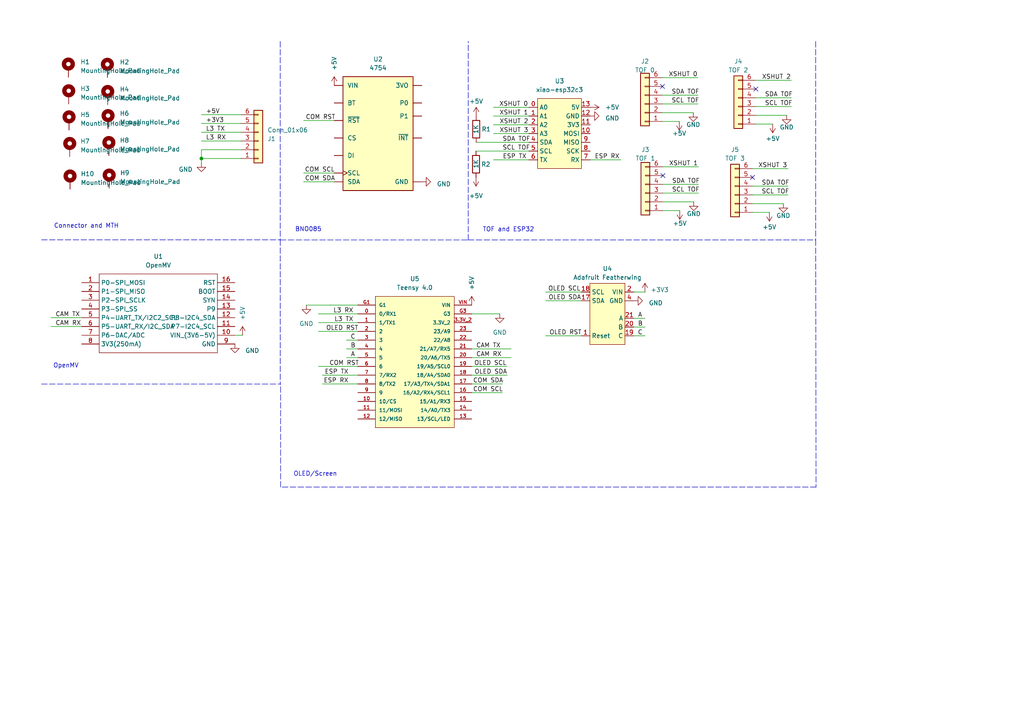
<source format=kicad_sch>
(kicad_sch (version 20230121) (generator eeschema)
  (paper "A4")
  (lib_symbols
    (symbol "Connector_Generic:Conn_01x06" (pin_names (offset 1.016) hide)
      (property "Reference" "J" (at 0 7.62 0))
      (property "Value" "Conn_01x06" (at 0 -10.16 0))
      (symbol "Conn_01x06_1_1"
        (rectangle (start -1.27 -7.493) (end 0 -7.747) (stroke (width 0.1524)))
        (rectangle (start -1.27 -4.953) (end 0 -5.207) (stroke (width 0.1524)))
        (rectangle (start -1.27 -2.413) (end 0 -2.667) (stroke (width 0.1524)))
        (rectangle (start -1.27 0.127) (end 0 -0.127) (stroke (width 0.1524)))
        (rectangle (start -1.27 2.667) (end 0 2.413) (stroke (width 0.1524)))
        (rectangle (start -1.27 5.207) (end 0 4.953) (stroke (width 0.1524)))
        (rectangle (start -1.27 6.35) (end 1.27 -8.89) (stroke (width 0.254)) (fill (type background)))
        (pin passive line (at -5.08 5.08 0) (length 3.81) (name "Pin_1") (number "1"))
        (pin passive line (at -5.08 2.54 0) (length 3.81) (name "Pin_2") (number "2"))
        (pin passive line (at -5.08 0 0) (length 3.81) (name "Pin_3") (number "3"))
        (pin passive line (at -5.08 -2.54 0) (length 3.81) (name "Pin_4") (number "4"))
        (pin passive line (at -5.08 -5.08 0) (length 3.81) (name "Pin_5") (number "5"))
        (pin passive line (at -5.08 -7.62 0) (length 3.81) (name "Pin_6") (number "6"))
      )
    )
    (symbol "Device:R" (pin_numbers hide) (pin_names (offset 0))
      (property "Reference" "R" (at 2.032 0 90))
      (property "Value" "R" (at 0 0 90))
      (symbol "R_0_1"
        (rectangle (start -1.016 -2.54) (end 1.016 2.54) (stroke (width 0.254)))
      )
      (symbol "R_1_1"
        (pin passive line (at 0 3.81 270) (length 1.27) (name "~") (number "1"))
        (pin passive line (at 0 -3.81 90) (length 1.27) (name "~") (number "2"))
      )
    )
    (symbol "Mechanical:MountingHole_Pad" (pin_numbers hide) (pin_names (offset 1.016) hide)
      (property "Reference" "H" (at 0 6.35 0))
      (property "Value" "MountingHole_Pad" (at 0 4.445 0))
      (symbol "MountingHole_Pad_0_1"
        (circle (center 0 1.27) (radius 1.27) (stroke (width 1.27)))
      )
      (symbol "MountingHole_Pad_1_1"
        (pin input line (at 0 -2.54 90) (length 2.54) (name "1") (number "1"))
      )
    )
    (symbol "OLED:Adafruit_Featherwing"
      (property "Reference" "U" (at 0 0 0))
      (property "Value" "Adafruit Featherwing" (at 0 10.16 0))
      (symbol "Adafruit_Featherwing_1_1"
        (rectangle (start -5.08 8.89) (end 5.08 -8.89) (fill (type background)))
        (pin input line (at -7.62 -6.35 0) (length 2.54) (name "Reset") (number "1"))
        (pin bidirectional line (at -7.62 3.81 0) (length 2.54) (name "SDA") (number "17"))
        (pin bidirectional line (at -7.62 6.35 0) (length 2.54) (name "SCL") (number "18"))
        (pin output line (at 7.62 -6.35 180) (length 2.54) (name "C") (number "19"))
        (pin power_in line (at 7.62 6.35 180) (length 2.54) (name "VIN") (number "2"))
        (pin output line (at 7.62 -3.81 180) (length 2.54) (name "B") (number "20"))
        (pin output line (at 7.62 -1.27 180) (length 2.54) (name "A") (number "21"))
        (pin power_in line (at 7.62 3.81 180) (length 2.54) (name "GND") (number "4"))
      )
    )
    (symbol "power:+3V3" (power) (pin_names (offset 0))
      (property "Value" "+3V3" (at 0 3.556 0))
      (symbol "+3V3_0_1"
        (polyline (pts (xy -0.762 1.27) (xy 0 2.54)))
        (polyline (pts (xy 0 0) (xy 0 2.54)))
        (polyline (pts (xy 0 2.54) (xy 0.762 1.27)))
      )
      (symbol "+3V3_1_1"
        (pin power_in line (at 0 0 90) (length 0) hide (name "+3V3") (number "1"))
      )
    )
    (symbol "power:+5V" (power) (pin_names (offset 0))
      (property "Value" "+5V" (at 0 3.556 0))
      (symbol "+5V_0_1"
        (polyline (pts (xy -0.762 1.27) (xy 0 2.54)))
        (polyline (pts (xy 0 0) (xy 0 2.54)))
        (polyline (pts (xy 0 2.54) (xy 0.762 1.27)))
      )
      (symbol "+5V_1_1"
        (pin power_in line (at 0 0 90) (length 0) hide (name "+5V") (number "1"))
      )
    )
    (symbol "power:GND" (power) (pin_names (offset 0))
      (property "Value" "GND" (at 0 -3.81 0))
      (symbol "GND_0_1"
        (polyline (pts (xy 0 0) (xy 0 -1.27) (xy 1.27 -1.27) (xy 0 -2.54) (xy -1.27 -1.27) (xy 0 -1.27)))
      )
      (symbol "GND_1_1"
        (pin power_in line (at 0 0 270) (length 0) hide (name "GND") (number "1"))
      )
    )
    (symbol "vincent:4754" (pin_numbers hide) (pin_names (offset 1.27))
      (property "Reference" "U" (at -10.16 16.002 0))
      (property "Value" "4754" (at -10.16 -20.32 0))
      (symbol "4754_0_0"
        (rectangle (start -10.16 15.24) (end 10.16 -17.78) (stroke (width 0.254)) (fill (type background)))
      )
      (symbol "4754_1_0"
        (pin input line (at -12.7 12.7 0) (length 2.54) (name "VIN") (number "JP1_1"))
        (pin output line (at 12.7 12.7 180) (length 2.54) (name "3VO") (number "JP1_2"))
        (pin power_in line (at 12.7 -15.24 180) (length 2.54) (name "GND") (number "JP1_3"))
        (pin bidirectional clock (at -12.7 -12.7 0) (length 2.54) (name "SCL") (number "JP1_4"))
        (pin bidirectional line (at -12.7 -15.24 0) (length 2.54) (name "SDA") (number "JP1_5"))
        (pin output line (at 12.7 -2.54 180) (length 2.54) (name "~{INT}") (number "JP1_6"))
        (pin input line (at -12.7 7.62 0) (length 2.54) (name "BT") (number "JP2_1"))
        (pin bidirectional line (at 12.7 7.62 180) (length 2.54) (name "P0") (number "JP2_2"))
        (pin bidirectional line (at 12.7 3.81 180) (length 2.54) (name "P1") (number "JP2_3"))
        (pin input line (at -12.7 2.54 0) (length 2.54) (name "~{RST}") (number "JP2_4"))
        (pin input line (at -12.7 -7.62 0) (length 2.54) (name "DI") (number "JP2_5"))
        (pin input line (at -12.7 -2.54 0) (length 2.54) (name "CS") (number "JP2_6"))
      )
    )
    (symbol "vincent:OpenMV"
      (property "Reference" "U" (at -16.51 3.81 0))
      (property "Value" "OpenMV" (at -12.7 1.27 0))
      (symbol "OpenMV_0_1"
        (rectangle (start -17.78 0) (end 16.51 -22.86))
      )
      (symbol "OpenMV_1_1"
        (pin input line (at -22.86 -2.54 0) (length 5.08) (name "P0-SPI_MOSI") (number "1"))
        (pin power_in line (at 21.59 -17.78 180) (length 5.08) (name "VIN_(3V6-5V)") (number "10"))
        (pin input line (at 21.59 -15.24 180) (length 5.08) (name "P7-I2C4_SCL") (number "11"))
        (pin bidirectional line (at 21.59 -12.7 180) (length 5.08) (name "P8-I2C4_SDA") (number "12"))
        (pin input line (at 21.59 -10.16 180) (length 5.08) (name "P9") (number "13"))
        (pin input line (at 21.59 -7.62 180) (length 5.08) (name "SYN") (number "14"))
        (pin input line (at 21.59 -5.08 180) (length 5.08) (name "BOOT") (number "15"))
        (pin input line (at 21.59 -2.54 180) (length 5.08) (name "RST") (number "16"))
        (pin input line (at -22.86 -5.08 0) (length 5.08) (name "P1-SPI_MISO") (number "2"))
        (pin input line (at -22.86 -7.62 0) (length 5.08) (name "P2-SPI_SCLK") (number "3"))
        (pin input line (at -22.86 -10.16 0) (length 5.08) (name "P3-SPI_SS") (number "4"))
        (pin input line (at -22.86 -12.7 0) (length 5.08) (name "P4-UART_TX/I2C2_SCL") (number "5"))
        (pin bidirectional line (at -22.86 -15.24 0) (length 5.08) (name "P5-UART_RX/I2C_SDA") (number "6"))
        (pin input line (at -22.86 -17.78 0) (length 5.08) (name "P6-DAC/ADC") (number "7"))
        (pin power_out line (at -22.86 -20.32 0) (length 5.08) (name "3V3(250mA)") (number "8"))
        (pin power_in line (at 21.59 -20.32 180) (length 5.08) (name "GND") (number "9"))
      )
    )
    (symbol "vincent:Teensy 4.0" (pin_names (offset 1.016)) (in_bom no)
      (property "Reference" "U" (at -11.43 20.32 0))
      (property "Value" "Teensy 4.0" (at -11.43 -20.32 0))
      (symbol "Teensy 4.0_0_0"
        (rectangle (start -11.43 20.32) (end 11.43 -17.78) (stroke (width 0.1524)) (fill (type background)))
        (pin bidirectional line (at -16.51 10.16 0) (length 5.08) (name "2") (number "2"))
        (pin bidirectional line (at -16.51 7.62 0) (length 5.08) (name "3") (number "3"))
        (pin power_in line (at 16.51 12.7 180) (length 5.08) (name "3.3V_2") (number "3.3V_2"))
        (pin bidirectional line (at -16.51 5.08 0) (length 5.08) (name "4") (number "4"))
        (pin bidirectional line (at -16.51 2.54 0) (length 5.08) (name "5") (number "5"))
        (pin bidirectional line (at -16.51 0 0) (length 5.08) (name "6") (number "6"))
        (pin bidirectional line (at -16.51 -7.62 0) (length 5.08) (name "9") (number "9"))
        (pin power_in line (at -16.51 17.78 0) (length 5.08) (name "G1") (number "G1"))
        (pin power_in line (at 16.51 15.24 180) (length 5.08) (name "G3") (number "G3"))
        (pin power_in line (at 16.51 17.78 180) (length 5.08) (name "VIN") (number "VIN"))
      )
      (symbol "Teensy 4.0_1_0"
        (pin bidirectional line (at -16.51 15.24 0) (length 5.08) (name "0/RX1") (number "0"))
        (pin bidirectional line (at -16.51 12.7 0) (length 5.08) (name "1/TX1") (number "1"))
        (pin bidirectional line (at -16.51 -10.16 0) (length 5.08) (name "10/CS") (number "10"))
        (pin bidirectional line (at -16.51 -12.7 0) (length 5.08) (name "11/MOSI") (number "11"))
        (pin bidirectional line (at -16.51 -15.24 0) (length 5.08) (name "12/MISO") (number "12"))
        (pin bidirectional line (at 16.51 -15.24 180) (length 5.08) (name "13/SCL/LED") (number "13"))
        (pin bidirectional line (at 16.51 -12.7 180) (length 5.08) (name "14/A0/TX3") (number "14"))
        (pin bidirectional line (at 16.51 -10.16 180) (length 5.08) (name "15/A1/RX3") (number "15"))
        (pin bidirectional line (at 16.51 -7.62 180) (length 5.08) (name "16/A2/RX4/SCL1") (number "16"))
        (pin bidirectional line (at 16.51 -5.08 180) (length 5.08) (name "17/A3/TX4/SDA1") (number "17"))
        (pin bidirectional line (at 16.51 -2.54 180) (length 5.08) (name "18/A4/SDA0") (number "18"))
        (pin bidirectional line (at 16.51 0 180) (length 5.08) (name "19/A5/SCL0") (number "19"))
        (pin bidirectional line (at 16.51 2.54 180) (length 5.08) (name "20/A6/TX5") (number "20"))
        (pin bidirectional line (at 16.51 5.08 180) (length 5.08) (name "21/A7/RX5") (number "21"))
        (pin bidirectional line (at 16.51 7.62 180) (length 5.08) (name "22/A8") (number "22"))
        (pin bidirectional line (at 16.51 10.16 180) (length 5.08) (name "23/A9") (number "23"))
        (pin bidirectional line (at -16.51 -2.54 0) (length 5.08) (name "7/RX2") (number "7"))
        (pin bidirectional line (at -16.51 -5.08 0) (length 5.08) (name "8/TX2") (number "8"))
      )
    )
    (symbol "vincent:xiao-esp32c3"
      (property "Reference" "U" (at -5.08 1.27 0))
      (property "Value" "xiao-esp32c3" (at 0 -21.59 0))
      (symbol "xiao-esp32c3_1_1"
        (rectangle (start -6.35 0) (end 6.35 -20.32) (fill (type background)))
        (pin input line (at -8.89 -2.54 0) (length 2.54) (name "A0") (number "0"))
        (pin input line (at -8.89 -5.08 0) (length 2.54) (name "A1") (number "1"))
        (pin bidirectional line (at 8.89 -10.16 180) (length 2.54) (name "MOSI") (number "10"))
        (pin bidirectional line (at 8.89 -7.62 180) (length 2.54) (name "3V3") (number "11"))
        (pin bidirectional line (at 8.89 -5.08 180) (length 2.54) (name "GND") (number "12"))
        (pin bidirectional line (at 8.89 -2.54 180) (length 2.54) (name "5V") (number "13"))
        (pin input line (at -8.89 -7.62 0) (length 2.54) (name "A2") (number "2"))
        (pin input line (at -8.89 -10.16 0) (length 2.54) (name "A3") (number "3"))
        (pin bidirectional line (at -8.89 -12.7 0) (length 2.54) (name "SDA") (number "4"))
        (pin bidirectional line (at -8.89 -15.24 0) (length 2.54) (name "SCL") (number "5"))
        (pin bidirectional line (at -8.89 -17.78 0) (length 2.54) (name "TX") (number "6"))
        (pin bidirectional line (at 8.89 -17.78 180) (length 2.54) (name "RX") (number "7"))
        (pin bidirectional line (at 8.89 -15.24 180) (length 2.54) (name "SCK") (number "8"))
        (pin bidirectional line (at 8.89 -12.7 180) (length 2.54) (name "MISO") (number "9"))
      )
    )
  )
  (junction (at 58.42 45.974))
  (no_connect (at 218.2623 51.4499))
  (no_connect (at 219.2226 25.8226))
  (no_connect (at 192.145 25.066))
  (no_connect (at 192.2697 50.9226))
  (wire (pts (xy 92.3621 93.573) (xy 103.7921 93.573)))
  (wire (pts (xy 187.0651 84.6928) (xy 187.0651 84.6993)))
  (wire (pts (xy 183.8018 94.8593) (xy 187.1128 94.8593)))
  (wire (pts (xy 228.1656 33.4426) (xy 219.2226 33.4426)))
  (wire (pts (xy 143.1158 38.7398) (xy 153.4085 38.7398)))
  (wire (pts (xy 218.2623 56.5299) (xy 228.555 56.5299)))
  (wire (pts (xy 192.145 22.526) (xy 202.4377 22.526)))
  (polyline (pts (xy 81.3842 141.2664) (xy 81.3842 111.396)) (stroke (width 0) (type dash)))
  (wire (pts (xy 103.7921 111.353) (xy 93.4994 111.353)))
  (wire (pts (xy 100.4939 101.193) (xy 103.7921 101.193)))
  (wire (pts (xy 58.42 43.434) (xy 69.85 43.434)))
  (wire (pts (xy 69.85 33.274) (xy 58.42 33.274)))
  (wire (pts (xy 14.8002 92.1565) (xy 23.6902 92.1565)))
  (wire (pts (xy 138.0702 43.8198) (xy 153.4085 43.8198)))
  (wire (pts (xy 70.349 97.2365) (xy 68.1402 97.2365)))
  (wire (pts (xy 143.1158 33.6598) (xy 153.4085 33.6598)))
  (wire (pts (xy 219.2226 35.9826) (xy 224.1187 35.9826)))
  (wire (pts (xy 192.145 35.226) (xy 197.0235 35.226)))
  (wire (pts (xy 201.2127 58.5426) (xy 192.2697 58.5426)))
  (wire (pts (xy 92.3621 96.113) (xy 103.7921 96.113)))
  (wire (pts (xy 92.3621 91.033) (xy 103.7921 91.033)))
  (wire (pts (xy 58.42 45.974) (xy 58.42 43.434)))
  (wire (pts (xy 136.8121 106.273) (xy 147.1048 106.273)))
  (wire (pts (xy 192.2697 56.0026) (xy 202.5624 56.0026)))
  (wire (pts (xy 136.8121 113.893) (xy 145.7021 113.893)))
  (wire (pts (xy 219.2226 30.9026) (xy 229.5153 30.9026)))
  (wire (pts (xy 69.85 40.894) (xy 58.42 40.894)))
  (wire (pts (xy 58.42 47.244) (xy 58.42 45.974)))
  (polyline (pts (xy 135.8088 12.0264) (xy 135.8142 12.0264)))
  (polyline (pts (xy 135.8088 69.5957) (xy 135.8088 12.0264)) (stroke (width 0) (type dash)))
  (wire (pts (xy 69.85 38.354) (xy 58.42 38.354)))
  (wire (pts (xy 187.0651 84.6993) (xy 183.8018 84.6993)))
  (polyline (pts (xy 81.2697 69.5626) (xy 81.2697 69.5957)))
  (wire (pts (xy 88.0546 50.1874) (xy 96.9446 50.1874)))
  (polyline (pts (xy 236.5875 69.6052) (xy 236.6852 141.2664)) (stroke (width 0) (type dash)))
  (polyline (pts (xy 236.5833 12.022) (xy 236.5833 69.5929)) (stroke (width 0) (type dash)))
  (wire (pts (xy 227.2053 59.0699) (xy 218.2623 59.0699)))
  (wire (pts (xy 143.1158 31.1198) (xy 153.4085 31.1198)))
  (wire (pts (xy 158.2691 87.2393) (xy 168.5618 87.2393)))
  (wire (pts (xy 158.2691 97.3993) (xy 168.5618 97.3993)))
  (wire (pts (xy 158.2691 84.6993) (xy 168.5618 84.6993)))
  (wire (pts (xy 95.7319 88.493) (xy 103.7921 88.493)))
  (wire (pts (xy 219.2226 23.2826) (xy 229.5153 23.2826)))
  (wire (pts (xy 95.7319 88.497) (xy 95.7319 88.493)))
  (wire (pts (xy 143.1158 46.3598) (xy 153.4085 46.3598)))
  (polyline (pts (xy 12.0423 69.565) (xy 81.274 69.565)) (stroke (width 0) (type dash)))
  (wire (pts (xy 218.2623 48.9099) (xy 228.555 48.9099)))
  (wire (pts (xy 183.8018 97.3993) (xy 187.1043 97.3993)))
  (wire (pts (xy 136.8121 111.353) (xy 145.7021 111.353)))
  (polyline (pts (xy 81.2697 69.5957) (xy 135.8088 69.5957)) (stroke (width 0) (type dash)))
  (polyline (pts (xy 236.6852 141.2664) (xy 81.3842 141.2664)) (stroke (width 0) (type dash)))
  (wire (pts (xy 192.145 27.606) (xy 202.4377 27.606)))
  (wire (pts (xy 100.4939 103.733) (xy 103.7921 103.733)))
  (wire (pts (xy 143.1158 36.1998) (xy 153.4085 36.1998)))
  (wire (pts (xy 58.42 45.974) (xy 69.85 45.974)))
  (wire (pts (xy 14.8002 94.6965) (xy 23.6902 94.6965)))
  (wire (pts (xy 136.8121 108.813) (xy 147.1048 108.813)))
  (wire (pts (xy 88.8629 88.497) (xy 95.7319 88.497)))
  (wire (pts (xy 192.145 30.146) (xy 202.4377 30.146)))
  (wire (pts (xy 148.2421 103.733) (xy 136.8121 103.733)))
  (wire (pts (xy 69.85 35.814) (xy 58.42 35.814)))
  (wire (pts (xy 201.088 32.686) (xy 192.145 32.686)))
  (wire (pts (xy 92.3621 106.273) (xy 103.7921 106.273)))
  (wire (pts (xy 88.0546 34.9474) (xy 96.9446 34.9474)))
  (wire (pts (xy 192.2697 53.4626) (xy 202.5624 53.4626)))
  (wire (pts (xy 192.2697 61.0826) (xy 197.1658 61.0826)))
  (wire (pts (xy 138.1208 41.2798) (xy 153.4085 41.2798)))
  (polyline (pts (xy 81.274 12.0332) (xy 81.274 69.5154)) (stroke (width 0) (type dash)))
  (polyline (pts (xy 81.2801 69.5616) (xy 81.2801 111.3906)) (stroke (width 0) (type dash)))
  (wire (pts (xy 218.2623 61.6099) (xy 223.1584 61.6099)))
  (wire (pts (xy 171.1885 46.3598) (xy 180.0785 46.3598)))
  (wire (pts (xy 148.2421 101.193) (xy 136.8121 101.193)))
  (wire (pts (xy 103.7921 108.813) (xy 93.4994 108.813)))
  (wire (pts (xy 100.4939 98.653) (xy 103.7921 98.653)))
  (wire (pts (xy 192.2697 48.3826) (xy 202.5624 48.3826)))
  (wire (pts (xy 183.8018 92.3193) (xy 187.1 92.3193)))
  (wire (pts (xy 88.0546 52.7274) (xy 96.9446 52.7274)))
  (polyline (pts (xy 12.0372 111.3906) (xy 81.2801 111.3906)) (stroke (width 0) (type dash)))
  (polyline (pts (xy 135.8074 69.5929) (xy 236.5833 69.5929)) (stroke (width 0) (type dash)))
  (wire (pts (xy 144.9604 91.033) (xy 136.8121 91.033)))
  (wire (pts (xy 219.2226 28.3626) (xy 229.5153 28.3626)))
  (wire (pts (xy 218.2623 53.9899) (xy 228.555 53.9899)))
  (wire (pts (xy 70.349 97.2525) (xy 70.349 97.2365)))
  (text "BNO085" (at 85.5565 67.3701 0) (effects (font (size 1.27 1.27)) (justify left bottom)))
  (text "OLED/Screen" (at 85.09 138.303 0) (effects (font (size 1.27 1.27)) (justify left bottom)))
  (text "TOF and ESP32" (at 139.9649 67.4108 0) (effects (font (size 1.27 1.27)) (justify left bottom)))
  (text "OpenMV" (at 15.3999 106.9067 0) (effects (font (size 1.27 1.27)) (justify left bottom)))
  (text "Connector and MTH" (at 15.6162 66.3764 0) (effects (font (size 1.27 1.27)) (justify left bottom)))
  (label "OLED SCL" (at 158.9592 84.6993 0))
  (label "B" (at 184.9843 94.8593 0))
  (label "SDA TOF" (at 221.833 28.3626 0))
  (label "L3 RX" (at 102.5221 91.033 180))
  (label "COM SCL" (at 137.1775 113.893 0))
  (label "COM SDA" (at 137.1799 111.353 0))
  (label "OLED SDA" (at 137.5891 108.813 0))
  (label "SDA TOF" (at 145.7262 41.2798 0))
  (label "SCL TOF" (at 194.8665 56.0026 0))
  (label "COM SDA" (at 88.4224 52.7274 0))
  (label "XSHUT 0" (at 144.7679 31.1198 0))
  (label "SDA TOF" (at 194.8801 53.4626 0))
  (label "+3V3" (at 59.69 35.814 0))
  (label "L3 TX" (at 59.69 38.354 0))
  (label "XSHUT 2" (at 220.9644 23.2826 0))
  (label "B" (at 101.6764 101.193 0))
  (label "CAM RX" (at 16.0702 94.6965 0))
  (label "COM SCL" (at 88.3912 50.1874 0))
  (label "CAM TX" (at 138.0821 101.193 0))
  (label "OLED RST" (at 159.324 97.3993 0))
  (label "C" (at 101.6481 98.653 0))
  (label "SCL TOF" (at 194.7418 30.146 0))
  (label "A" (at 185.0267 92.3193 0))
  (label "SDA TOF" (at 194.7554 27.606 0))
  (label "XSHUT 1" (at 194.0333 48.3826 0))
  (label "ESP TX" (at 145.7885 46.3598 0))
  (label "XSHUT 3" (at 144.857 38.7398 0))
  (label "XSHUT 0" (at 193.9147 22.526 0))
  (label "C" (at 184.956 97.3993 0))
  (label "SCL TOF" (at 221.8194 30.9026 0))
  (label "XSHUT 1" (at 144.8167 33.6598 0))
  (label "OLED RST" (at 94.5543 96.113 0))
  (label "SCL TOF" (at 220.8591 56.5299 0))
  (label "ESP TX" (at 101.1194 108.813 180))
  (label "CAM TX" (at 16.0702 92.1565 0))
  (label "+5V" (at 59.69 33.274 0))
  (label "L3 RX" (at 59.69 40.894 0))
  (label "A" (at 101.7188 103.733 0))
  (label "CAM RX" (at 138.0821 103.733 0))
  (label "COM RST" (at 88.6323 34.9474 0))
  (label "XSHUT 3" (at 219.9077 48.9099 0))
  (label "OLED SCL" (at 137.5022 106.273 0))
  (label "SCL TOF" (at 145.7126 43.8198 0))
  (label "SDA TOF" (at 220.8727 53.9899 0))
  (label "COM RST" (at 95.4798 106.273 0))
  (label "ESP RX" (at 172.4585 46.3598 0))
  (label "OLED SDA" (at 159.0461 87.2393 0))
  (label "L3 TX" (at 102.5221 93.573 180))
  (label "ESP RX" (at 101.1194 111.353 180))
  (label "XSHUT 2" (at 144.8583 36.1998 0))
  (symbol (lib_id "power:+5V") (at 224.1187 35.9826 0) (mirror x) (unit 1)
    (property "Reference" "#PWR021" (effects hide))
    (property "Value" "+5V" (at 224.1187 40.2011 0))
  )
  (symbol (lib_id "power:GND") (at 171.1885 33.6598 90) (unit 1)
    (property "Reference" "#PWR04" (effects hide))
    (property "Value" "GND" (at 175.5349 34.2948 90) (effects (justify right)))
  )
  (symbol (lib_id "Mechanical:MountingHole_Pad") (at 31.145 19.9244 0) (unit 1)
    (property "Reference" "H2" (at 34.7269 18.0194 0) (effects (justify left)))
    (property "Value" "MountingHole_Pad" (at 34.7269 20.5594 0) (effects (justify left)))
    (property "Footprint" "MountingHole:MountingHole_3.2mm_M3_Pad_Via" (effects hide))
  )
  (symbol (lib_id "power:GND") (at 201.088 32.686 0) (mirror y) (unit 1)
    (property "Reference" "#PWR024" (effects hide))
    (property "Value" "GND" (at 201.088 36.1479 0))
  )
  (symbol (lib_id "Mechanical:MountingHole_Pad") (at 19.829 19.857 0) (unit 1)
    (property "Reference" "H1" (at 23.2969 17.952 0) (effects (justify left)))
    (property "Value" "MountingHole_Pad" (at 23.2969 20.492 0) (effects (justify left)))
    (property "Footprint" "MountingHole:MountingHole_3.2mm_M3_Pad_Via" (effects hide))
  )
  (symbol (lib_id "Mechanical:MountingHole_Pad") (at 31.246 27.8052 0) (unit 1)
    (property "Reference" "H4" (at 34.7269 25.9002 0) (effects (justify left)))
    (property "Value" "MountingHole_Pad" (at 34.7269 28.4402 0) (effects (justify left)))
    (property "Footprint" "MountingHole:MountingHole_3.2mm_M3_Pad_Via" (effects hide))
  )
  (symbol (lib_id "vincent:4754") (at 109.6446 37.4874 0) (unit 1)
    (property "Reference" "U2" (at 109.6446 17.1674 0))
    (property "Value" "4754" (at 109.6446 19.7074 0))
    (property "Footprint" "2024l3:bno085" (effects hide))
  )
  (symbol (lib_id "power:GND") (at 183.8018 87.2393 90) (unit 1)
    (property "Reference" "#PWR011" (effects hide))
    (property "Value" "GND" (at 188.1482 87.8743 90) (effects (justify right)))
  )
  (symbol (lib_id "Mechanical:MountingHole_Pad") (at 20.32 52.324 0) (unit 1)
    (property "Reference" "H10" (at 23.388 50.419 0) (effects (justify left)))
    (property "Value" "MountingHole_Pad" (at 23.388 52.959 0) (effects (justify left)))
    (property "Footprint" "MountingHole:MountingHole_3.2mm_M3_Pad_Via" (effects hide))
  )
  (symbol (lib_id "power:GND") (at 228.1656 33.4426 0) (mirror y) (unit 1)
    (property "Reference" "#PWR027" (effects hide))
    (property "Value" "GND" (at 228.1656 36.9045 0))
  )
  (symbol (lib_id "vincent:xiao-esp32c3") (at 162.2985 28.5798 0) (unit 1)
    (property "Reference" "U3" (at 162.2985 23.4998 0))
    (property "Value" "xiao-esp32c3" (at 162.2985 26.0398 0))
    (property "Footprint" "2024l3:xiao-esp32c3" (effects hide))
    (property "Datasheet" "https://files.seeedstudio.com/wiki/XIAO_WiFi/Resources/esp32-c3_datasheet.pdf" (effects hide))
  )
  (symbol (lib_id "Device:R") (at 138.0702 47.6298 0) (unit 1)
    (property "Reference" "R2" (at 139.5631 47.6707 0) (effects (justify left)))
    (property "Value" "1K" (at 138.0583 48.898 90) (effects (justify left)))
    (property "Footprint" "2024l3:res0603" (effects hide))
    (property "LCSC" "C21190" (effects hide))
  )
  (symbol (lib_id "power:GND") (at 144.9604 91.0352 0) (unit 1)
    (property "Reference" "#PWR01" (effects hide))
    (property "Value" "GND" (at 144.9604 96.4267 0))
  )
  (symbol (lib_id "power:+5V") (at 138.1208 33.6598 0) (unit 1)
    (property "Reference" "#PWR018" (effects hide))
    (property "Value" "+5V" (at 138.1208 29.3873 0))
  )
  (symbol (lib_id "power:+3V3") (at 187.0651 84.6928 0) (unit 1)
    (property "Reference" "#PWR010" (effects hide))
    (property "Value" "+3V3" (at 188.6833 84.0578 0) (effects (justify left)))
  )
  (symbol (lib_id "power:GND") (at 88.8629 88.497 0) (mirror y) (unit 1)
    (property "Reference" "#PWR030" (effects hide))
    (property "Value" "GND" (at 88.8629 93.8885 0))
  )
  (symbol (lib_id "Mechanical:MountingHole_Pad") (at 31.5786 42.6132 0) (unit 1)
    (property "Reference" "H8" (at 34.7269 40.7082 0) (effects (justify left)))
    (property "Value" "MountingHole_Pad" (at 34.7269 43.2482 0) (effects (justify left)))
    (property "Footprint" "MountingHole:MountingHole_3.2mm_M3_Pad_Via" (effects hide))
  )
  (symbol (lib_id "power:+5V") (at 171.1885 31.1198 270) (unit 1)
    (property "Reference" "#PWR03" (effects hide))
    (property "Value" "+5V" (at 175.5174 31.1239 90) (effects (justify left)))
  )
  (symbol (lib_id "Device:R") (at 138.1208 37.4698 0) (unit 1)
    (property "Reference" "R1" (at 139.6675 37.4834 0) (effects (justify left)))
    (property "Value" "1K" (at 138.0506 38.8535 90) (effects (justify left)))
    (property "Footprint" "2024l3:res0603" (effects hide))
    (property "LCSC" "C21190" (effects hide))
  )
  (symbol (lib_id "power:+5V") (at 70.349 97.2525 0) (unit 1)
    (property "Reference" "#PWR07" (effects hide))
    (property "Value" "+5V" (at 70.3531 92.9236 90) (effects (justify left)))
  )
  (symbol (lib_id "Mechanical:MountingHole_Pad") (at 31.3429 34.7998 0) (unit 1)
    (property "Reference" "H6" (at 34.7269 32.8948 0) (effects (justify left)))
    (property "Value" "MountingHole_Pad" (at 34.7269 35.4348 0) (effects (justify left)))
    (property "Footprint" "MountingHole:MountingHole_3.2mm_M3_Pad_Via" (effects hide))
  )
  (symbol (lib_id "power:GND") (at 201.2127 58.5426 0) (mirror y) (unit 1)
    (property "Reference" "#PWR025" (effects hide))
    (property "Value" "GND" (at 201.2127 62.0045 0))
  )
  (symbol (lib_id "Mechanical:MountingHole_Pad") (at 31.6697 52.0546 0) (unit 1)
    (property "Reference" "H9" (at 34.818 50.1496 0) (effects (justify left)))
    (property "Value" "MountingHole_Pad" (at 34.818 52.6896 0) (effects (justify left)))
    (property "Footprint" "MountingHole:MountingHole_3.2mm_M3_Pad_Via" (effects hide))
  )
  (symbol (lib_id "Mechanical:MountingHole_Pad") (at 20.0269 35.1703 0) (unit 1)
    (property "Reference" "H5" (at 23.2969 33.2653 0) (effects (justify left)))
    (property "Value" "MountingHole_Pad" (at 23.2969 35.8053 0) (effects (justify left)))
    (property "Footprint" "MountingHole:MountingHole_3.2mm_M3_Pad_Via" (effects hide))
  )
  (symbol (lib_id "power:+5V") (at 197.1658 61.0826 0) (mirror x) (unit 1)
    (property "Reference" "#PWR023" (effects hide))
    (property "Value" "+5V" (at 197.1658 64.8 0))
  )
  (symbol (lib_id "Connector_Generic:Conn_01x06") (at 213.1823 56.5299 180) (unit 1)
    (property "Reference" "J5" (at 213.1823 43.394 0))
    (property "Value" "TOF 3" (at 213.1823 45.934 0))
    (property "Footprint" "Connector_PinSocket_2.54mm:PinSocket_1x06_P2.54mm_Vertical" (effects hide))
  )
  (symbol (lib_id "power:+5V") (at 197.0235 35.226 0) (mirror x) (unit 1)
    (property "Reference" "#PWR09" (effects hide))
    (property "Value" "+5V" (at 197.0235 38.6879 0))
  )
  (symbol (lib_id "Connector_Generic:Conn_01x06") (at 187.1897 56.0026 180) (unit 1)
    (property "Reference" "J3" (at 187.1897 43.3952 0))
    (property "Value" "TOF 1" (at 187.1897 45.9352 0))
    (property "Footprint" "Connector_PinSocket_2.54mm:PinSocket_1x06_P2.54mm_Vertical" (effects hide))
  )
  (symbol (lib_id "power:+5V") (at 138.0702 51.4398 180) (unit 1)
    (property "Reference" "#PWR017" (effects hide))
    (property "Value" "+5V" (at 138.0702 56.801 0))
  )
  (symbol (lib_id "power:GND") (at 227.2053 59.0699 0) (mirror y) (unit 1)
    (property "Reference" "#PWR026" (effects hide))
    (property "Value" "GND" (at 227.2053 62.5318 0))
  )
  (symbol (lib_id "Connector_Generic:Conn_01x06") (at 214.1426 30.9026 180) (unit 1)
    (property "Reference" "J4" (at 214.1426 17.7941 0))
    (property "Value" "TOF 2" (at 214.1426 20.3341 0))
    (property "Footprint" "Connector_PinSocket_2.54mm:PinSocket_1x06_P2.54mm_Vertical" (effects hide))
  )
  (symbol (lib_id "power:GND") (at 58.42 47.244 0) (mirror y) (unit 1)
    (property "Reference" "#PWR012" (effects hide))
    (property "Value" "GND" (at 55.88 49.149 0) (effects (justify left)))
  )
  (symbol (lib_id "Connector_Generic:Conn_01x06") (at 187.065 30.146 180) (unit 1)
    (property "Reference" "J2" (at 187.065 17.7941 0))
    (property "Value" "TOF 0" (at 187.065 20.3341 0))
    (property "Footprint" "Connector_PinSocket_2.54mm:PinSocket_1x06_P2.54mm_Vertical" (effects hide))
  )
  (symbol (lib_id "power:GND") (at 122.3446 52.7274 90) (unit 1)
    (property "Reference" "#PWR06" (effects hide))
    (property "Value" "GND" (at 126.691 53.3624 90) (effects (justify right)))
  )
  (symbol (lib_id "Mechanical:MountingHole_Pad") (at 20.2289 42.8826 0) (unit 1)
    (property "Reference" "H7" (at 23.2969 40.9776 0) (effects (justify left)))
    (property "Value" "MountingHole_Pad" (at 23.2969 43.5176 0) (effects (justify left)))
    (property "Footprint" "MountingHole:MountingHole_3.2mm_M3_Pad_Via" (effects hide))
  )
  (symbol (lib_id "OLED:Adafruit_Featherwing") (at 176.1818 91.0493 0) (unit 1)
    (property "Reference" "U4" (at 176.1818 77.9265 0))
    (property "Value" "Adafruit Featherwing" (at 176.1818 80.4665 0))
    (property "Footprint" "2024l3:Adafruit Feather OLED" (effects hide))
  )
  (symbol (lib_id "Mechanical:MountingHole_Pad") (at 19.93 27.6031 0) (unit 1)
    (property "Reference" "H3" (at 23.2969 25.6981 0) (effects (justify left)))
    (property "Value" "MountingHole_Pad" (at 23.2969 28.2381 0) (effects (justify left)))
    (property "Footprint" "MountingHole:MountingHole_3.2mm_M3_Pad_Via" (effects hide))
  )
  (symbol (lib_id "power:GND") (at 68.1402 99.7765 0) (unit 1)
    (property "Reference" "#PWR08" (effects hide))
    (property "Value" "GND" (at 71.12 101.6815 0) (effects (justify left)))
  )
  (symbol (lib_id "Connector_Generic:Conn_01x06") (at 74.93 40.894 0) (mirror x) (unit 1)
    (property "Reference" "J1" (at 77.5573 40.259 0) (effects (justify left)))
    (property "Value" "Conn_01x06" (at 77.5573 37.719 0) (effects (justify left)))
    (property "Footprint" "Connector_JST:JST_XH_B6B-XH-A_1x06_P2.50mm_Vertical" (effects hide))
  )
  (symbol (lib_id "vincent:Teensy 4.0") (at 120.3021 106.273 0) (unit 1) (in_bom no)
    (property "Reference" "U5" (at 120.3021 80.873 0))
    (property "Value" "Teensy 4.0" (at 120.3021 83.413 0))
    (property "Footprint" "2024l2:Teensy 4.0" (effects hide))
  )
  (symbol (lib_id "power:+5V") (at 136.8121 88.493 0) (unit 1)
    (property "Reference" "#PWR029" (effects hide))
    (property "Value" "+5V" (at 136.8162 84.1641 90) (effects (justify left)))
  )
  (symbol (lib_id "power:+5V") (at 223.1584 61.6099 0) (mirror x) (unit 1)
    (property "Reference" "#PWR022" (effects hide))
    (property "Value" "+5V" (at 223.1584 65.8558 0))
  )
  (symbol (lib_id "power:+5V") (at 96.9446 24.7874 0) (unit 1)
    (property "Reference" "#PWR05" (effects hide))
    (property "Value" "+5V" (at 96.9487 20.4585 90) (effects (justify left)))
  )
  (symbol (lib_id "vincent:OpenMV") (at 46.5502 79.4565 0) (unit 1)
    (property "Reference" "U1" (at 45.9152 74.3765 0))
    (property "Value" "OpenMV" (at 45.9152 76.9165 0))
    (property "Footprint" "2024l3:openmv" (effects hide))
    (property "Datasheet" "https://cdn.shopify.com/s/files/1/0803/9211/files/OpenMV-H7.pdf?10726770933929369108" (effects hide))
  )
)
</source>
